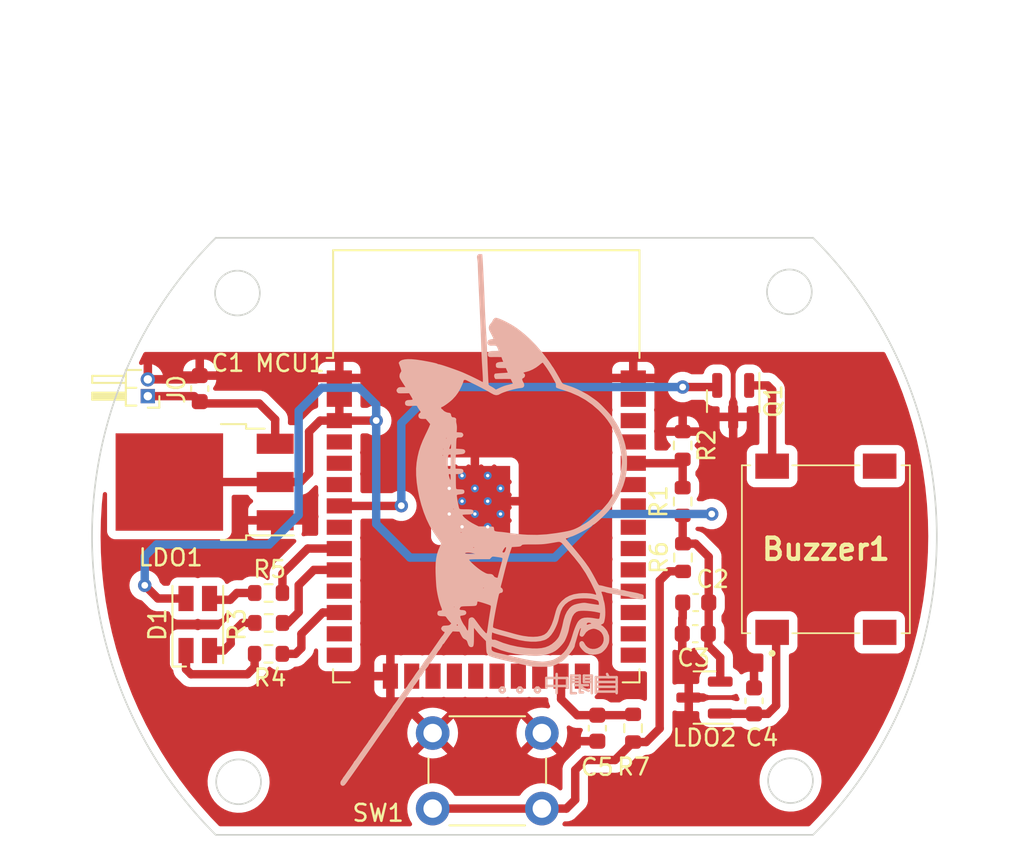
<source format=kicad_pcb>
(kicad_pcb (version 20211014) (generator pcbnew)
  (layers (0 "F.Cu" signal) (31 "B.Cu" signal) (34 "B.Paste" user) (35 "F.Paste" user) (36 "B.SilkS" user "B.Silkscreen") (37 "F.SilkS" user "F.Silkscreen") (38 "B.Mask" user) (39 "F.Mask" user) (44 "Edge.Cuts" user))
  (net 0 "")
  (net 1 "GND")
  (net 2 "+3V3")
  (net 3 "Net-(C2-Pad2)")
  (net 4 "Net-(Buzzer1-Pad1)")
  (net 5 "Net-(D1-Pad2)")
  (net 6 "Net-(D1-Pad3)")
  (net 7 "Net-(D1-Pad4)")
  (net 8 "Net-(Buzzer1-Pad2)")
  (net 14 "Net-(MCU1-Pad9)")
  (net 15 "Net-(MCU1-Pad10)")
  (net 17 "Net-(MCU1-Pad12)")
  (net 36 "/Function Switch")
  (net 40 "Net-(R6-Pad1)")
  (net 41 "/Buzzer Enable")
  (net 44 "Net-(MCU1-Pad34)")
  (footprint "Capacitor_SMD:C_0603_1608Metric" (layer "F.Cu") (at 132.830716 123.913388)
    (fp_text reference "C2" (at 1.0356 -3.246698) (layer "F.SilkS"))
    (fp_text value "1μC")
    (pad "1" smd roundrect (at -0.775 0) (size 0.9 0.95) (layers "F.Cu" "F.Paste" "F.Mask") (net 1 "GND"))
    (pad "2" smd roundrect (at 0.775 0) (size 0.9 0.95) (layers "F.Cu" "F.Paste" "F.Mask") (net 3 "Net-(C2-Pad2)"))
  )
  (footprint "RF_Module:ESP32-WROOM-32" (layer "F.Cu") (at 120.39 116.93)
    (fp_text reference "MCU1" (at -11.686999 -9.11893 180) (layer "F.SilkS"))
    (fp_text value "ESP32-WROOM-32D")
    (pad "1" smd rect locked (at -8.75 -8.25) (size 1.5 0.9) (layers "F.Cu" "F.Paste" "F.Mask") (net 1 "GND"))
    (pad "2" smd rect locked (at -8.75 -6.98) (size 1.5 0.9) (layers "F.Cu" "F.Paste" "F.Mask") (net 3 "Net-(C2-Pad2)"))
    (pad "3" smd rect locked (at -8.75 -5.71) (size 1.5 0.9) (layers "F.Cu" "F.Paste" "F.Mask") (net 3 "Net-(C2-Pad2)"))
    (pad "4" smd rect locked (at -8.75 -4.44) (size 1.5 0.9) (layers "F.Cu" "F.Paste" "F.Mask"))
    (pad "5" smd rect locked (at -8.75 -3.17) (size 1.5 0.9) (layers "F.Cu" "F.Paste" "F.Mask"))
    (pad "6" smd rect locked (at -8.75 -1.9) (size 1.5 0.9) (layers "F.Cu" "F.Paste" "F.Mask"))
    (pad "7" smd rect locked (at -8.75 -0.63) (size 1.5 0.9) (layers "F.Cu" "F.Paste" "F.Mask") (net 41 "/Buzzer Enable"))
    (pad "8" smd rect locked (at -8.75 0.64) (size 1.5 0.9) (layers "F.Cu" "F.Paste" "F.Mask"))
    (pad "9" smd rect locked (at -8.75 1.91) (size 1.5 0.9) (layers "F.Cu" "F.Paste" "F.Mask") (net 14 "Net-(MCU1-Pad9)"))
    (pad "10" smd rect locked (at -8.75 3.18) (size 1.5 0.9) (layers "F.Cu" "F.Paste" "F.Mask") (net 15 "Net-(MCU1-Pad10)"))
    (pad "11" smd rect locked (at -8.75 4.45) (size 1.5 0.9) (layers "F.Cu" "F.Paste" "F.Mask"))
    (pad "12" smd rect locked (at -8.75 5.72) (size 1.5 0.9) (layers "F.Cu" "F.Paste" "F.Mask") (net 17 "Net-(MCU1-Pad12)"))
    (pad "13" smd rect locked (at -8.75 6.99) (size 1.5 0.9) (layers "F.Cu" "F.Paste" "F.Mask"))
    (pad "14" smd rect locked (at -8.75 8.26) (size 1.5 0.9) (layers "F.Cu" "F.Paste" "F.Mask"))
    (pad "15" smd rect locked (at -5.71 9.51 90) (size 1.5 0.9) (layers "F.Cu" "F.Paste" "F.Mask") (net 1 "GND"))
    (pad "16" smd rect locked (at -4.44 9.51 90) (size 1.5 0.9) (layers "F.Cu" "F.Paste" "F.Mask"))
    (pad "17" smd rect locked (at -3.17 9.51 90) (size 1.5 0.9) (layers "F.Cu" "F.Paste" "F.Mask"))
    (pad "18" smd rect locked (at -1.9 9.51 90) (size 1.5 0.9) (layers "F.Cu" "F.Paste" "F.Mask"))
    (pad "19" smd rect locked (at -0.63 9.51 90) (size 1.5 0.9) (layers "F.Cu" "F.Paste" "F.Mask"))
    (pad "20" smd rect locked (at 0.64 9.51 90) (size 1.5 0.9) (layers "F.Cu" "F.Paste" "F.Mask"))
    (pad "21" smd rect locked (at 1.91 9.51 90) (size 1.5 0.9) (layers "F.Cu" "F.Paste" "F.Mask"))
    (pad "22" smd rect locked (at 3.18 9.51 90) (size 1.5 0.9) (layers "F.Cu" "F.Paste" "F.Mask"))
    (pad "23" smd rect locked (at 4.45 9.51 90) (size 1.5 0.9) (layers "F.Cu" "F.Paste" "F.Mask") (net 36 "/Function Switch"))
    (pad "24" smd rect locked (at 5.72 9.51 90) (size 1.5 0.9) (layers "F.Cu" "F.Paste" "F.Mask"))
    (pad "25" smd rect locked (at 8.75 8.26) (size 1.5 0.9) (layers "F.Cu" "F.Paste" "F.Mask"))
    (pad "26" smd rect locked (at 8.75 6.99) (size 1.5 0.9) (layers "F.Cu" "F.Paste" "F.Mask"))
    (pad "27" smd rect locked (at 8.75 5.72) (size 1.5 0.9) (layers "F.Cu" "F.Paste" "F.Mask"))
    (pad "28" smd rect locked (at 8.75 4.45) (size 1.5 0.9) (layers "F.Cu" "F.Paste" "F.Mask"))
    (pad "29" smd rect locked (at 8.75 3.18) (size 1.5 0.9) (layers "F.Cu" "F.Paste" "F.Mask"))
    (pad "30" smd rect locked (at 8.75 1.91) (size 1.5 0.9) (layers "F.Cu" "F.Paste" "F.Mask"))
    (pad "31" smd rect locked (at 8.75 0.64) (size 1.5 0.9) (layers "F.Cu" "F.Paste" "F.Mask"))
    (pad "32" smd rect locked (at 8.75 -0.63) (size 1.5 0.9) (layers "F.Cu" "F.Paste" "F.Mask"))
    (pad "33" smd rect locked (at 8.75 -1.9) (size 1.5 0.9) (layers "F.Cu" "F.Paste" "F.Mask"))
    (pad "34" smd rect locked (at 8.75 -3.17) (size 1.5 0.9) (layers "F.Cu" "F.Paste" "F.Mask") (net 44 "Net-(MCU1-Pad34)"))
    (pad "35" smd rect locked (at 8.75 -4.44) (size 1.5 0.9) (layers "F.Cu" "F.Paste" "F.Mask"))
    (pad "36" smd rect locked (at 8.75 -5.71) (size 1.5 0.9) (layers "F.Cu" "F.Paste" "F.Mask"))
    (pad "37" smd rect locked (at 8.75 -6.98) (size 1.5 0.9) (layers "F.Cu" "F.Paste" "F.Mask"))
    (pad "38" smd rect locked (at 8.75 -8.25) (size 1.5 0.9) (layers "F.Cu" "F.Paste" "F.Mask") (net 1 "GND"))
    (pad "39" smd rect locked (at -0.68 -0.91) (size 4.2 4.2) (layers "F.Cu" "F.Mask") (net 1 "GND"))
    (pad "39" smd rect locked (at -2.205 -0.91) (size 1.05 1.05) (layers "F.Cu" "F.Paste") (net 1 "GND"))
    (pad "39" smd rect locked (at -0.68 0.615) (size 1.05 1.05) (layers "F.Cu" "F.Paste") (net 1 "GND"))
    (pad "39" thru_hole circle locked (at -2.205 -0.1475) (size 0.475 0.475) (drill 0.2) (property pad_prop_heatsink) (layers *.Cu "F.Mask") (net 1 "GND"))
    (pad "39" thru_hole circle locked (at -1.4425 0.615) (size 0.475 0.475) (drill 0.2) (property pad_prop_heatsink) (layers *.Cu "F.Mask") (net 1 "GND"))
    (pad "39" thru_hole circle locked (at -1.4425 -2.435) (size 0.475 0.475) (drill 0.2) (property pad_prop_heatsink) (layers *.Cu "F.Mask") (net 1 "GND"))
    (pad "39" smd rect locked (at 0.845 0.615) (size 1.05 1.05) (layers "F.Cu" "F.Paste") (net 1 "GND"))
    (pad "39" thru_hole circle locked (at -1.4425 -0.91) (size 0.475 0.475) (drill 0.2) (property pad_prop_heatsink) (layers *.Cu "F.Mask") (net 1 "GND"))
    (pad "39" smd rect locked (at 0.845 -0.91) (size 1.05 1.05) (layers "F.Cu" "F.Paste") (net 1 "GND"))
    (pad "39" thru_hole circle locked (at -2.205 -1.6725) (size 0.475 0.475) (drill 0.2) (property pad_prop_heatsink) (layers *.Cu "F.Mask") (net 1 "GND"))
    (pad "39" thru_hole circle locked (at 0.0825 0.615) (size 0.475 0.475) (drill 0.2) (property pad_prop_heatsink) (layers *.Cu "F.Mask") (net 1 "GND"))
    (pad "39" thru_hole circle locked (at -0.68 -0.1475) (size 0.475 0.475) (drill 0.2) (property pad_prop_heatsink) (layers *.Cu "F.Mask") (net 1 "GND"))
    (pad "39" thru_hole circle locked (at 0.845 -1.6725) (size 0.475 0.475) (drill 0.2) (property pad_prop_heatsink) (layers *.Cu "F.Mask") (net 1 "GND"))
    (pad "39" smd rect locked (at -0.68 -2.435) (size 1.05 1.05) (layers "F.Cu" "F.Paste") (net 1 "GND"))
    (pad "39" thru_hole circle locked (at 0.845 -0.1475) (size 0.475 0.475) (drill 0.2) (property pad_prop_heatsink) (layers *.Cu "F.Mask") (net 1 "GND"))
    (pad "39" thru_hole circle locked (at -0.68 -1.6725) (size 0.475 0.475) (drill 0.2) (property pad_prop_heatsink) (layers *.Cu "F.Mask") (net 1 "GND"))
    (pad "39" smd rect locked (at -2.205 -2.435) (size 1.05 1.05) (layers "F.Cu" "F.Paste") (net 1 "GND"))
    (pad "39" thru_hole circle locked (at 0.0825 -0.91) (size 0.475 0.475) (drill 0.2) (property pad_prop_heatsink) (layers *.Cu "F.Mask") (net 1 "GND"))
    (pad "39" smd rect locked (at 0.845 -2.435) (size 1.05 1.05) (layers "F.Cu" "F.Paste") (net 1 "GND"))
    (pad "39" smd rect locked (at -0.68 -0.91) (size 1.05 1.05) (layers "F.Cu" "F.Paste") (net 1 "GND"))
    (pad "39" smd rect locked (at -2.205 0.615) (size 1.05 1.05) (layers "F.Cu" "F.Paste") (net 1 "GND"))
    (pad "39" thru_hole circle locked (at 0.0825 -2.435) (size 0.475 0.475) (drill 0.2) (property pad_prop_heatsink) (layers *.Cu "F.Mask") (net 1 "GND"))
    (zone (net 0) (net_name "") (layers "F.Cu" "In1.Cu" "B.Cu") (connect_pads (clearance 0)) (min_thickness 0.254)
      (keepout (tracks not_allowed) (vias not_allowed) (pads not_allowed) (copperpour not_allowed) (footprints not_allowed))
      (fill (thermal_gap 0.508) (thermal_bridge_width 0.508))
      (polygon (pts (xy 96.39 107.13) (xy 144.39 107.13) (xy 144.39 86.19) (xy 96.39 86.19)))
    )
  )
  (footprint "Resistor_SMD:R_0603_1608Metric" (layer "F.Cu") (at 107.422044 125.111039 180)
    (fp_text reference "R4" (at -0.09361 -1.425709) (layer "F.SilkS"))
    (fp_text value "10K %1")
    (pad "1" smd roundrect (at -0.825 0 180) (size 0.8 0.95) (layers "F.Cu" "F.Paste" "F.Mask") (net 17 "Net-(MCU1-Pad12)"))
    (pad "2" smd roundrect (at 0.825 0 180) (size 0.8 0.95) (layers "F.Cu" "F.Paste" "F.Mask") (net 6 "Net-(D1-Pad3)"))
  )
  (footprint "Package_TO_SOT_SMD:TO-252-3_TabPin2" (layer "F.Cu") (at 103.622258 114.877956 180)
    (fp_text reference "LDO1" (at 2.022258 -4.5) (layer "F.SilkS"))
    (fp_text value "IFX27001TFV33")
    (pad "1" smd rect (at -4.2 -2.28 180) (size 2.2 1.2) (layers "F.Cu" "F.Paste" "F.Mask") (net 1 "GND"))
    (pad "2" smd rect (at -4.2 0 180) (size 2.2 1.2) (layers "F.Cu" "F.Paste" "F.Mask") (net 3 "Net-(C2-Pad2)"))
    (pad "2" smd rect (at 2.1 0 180) (size 6.4 5.8) (layers "F.Cu" "F.Mask") (net 3 "Net-(C2-Pad2)"))
    (pad "3" smd rect (at -4.2 2.28 180) (size 2.2 1.2) (layers "F.Cu" "F.Paste" "F.Mask") (net 2 "+3V3"))
  )
  (footprint "LED_SMD:LED_RGB_Wuerth-PLCC4_3.2x2.8mm_150141M173100" (layer "F.Cu") (at 103.213778 123.365985 90)
    (fp_text reference "D1" (at 0 -2.4 90) (layer "F.SilkS"))
    (fp_text value "LED_ABGR")
    (pad "1" smd rect (at 1.55 -0.7 90) (size 1.5 0.9) (layers "F.Cu" "F.Paste" "F.Mask") (net 3 "Net-(C2-Pad2)"))
    (pad "2" smd rect (at 1.55 0.7 90) (size 1.5 0.9) (layers "F.Cu" "F.Paste" "F.Mask") (net 5 "Net-(D1-Pad2)"))
    (pad "3" smd rect (at -1.55 -0.7 90) (size 1.5 0.9) (layers "F.Cu" "F.Paste" "F.Mask") (net 6 "Net-(D1-Pad3)"))
    (pad "4" smd rect (at -1.55 0.7 90) (size 1.5 0.9) (layers "F.Cu" "F.Paste" "F.Mask") (net 7 "Net-(D1-Pad4)"))
  )
  (footprint "Capacitor_SMD:C_0603_1608Metric" (layer "F.Cu") (at 127 129.54 90)
    (fp_text reference "C5" (at -2.319976 -0.00321 180) (layer "F.SilkS"))
    (fp_text value "1μC")
    (pad "1" smd roundrect (at -0.775 0 90) (size 0.9 0.95) (layers "F.Cu" "F.Paste" "F.Mask") (net 1 "GND"))
    (pad "2" smd roundrect (at 0.775 0 90) (size 0.9 0.95) (layers "F.Cu" "F.Paste" "F.Mask") (net 36 "/Function Switch"))
  )
  (footprint "Capacitor_SMD:C_0603_1608Metric" (layer "F.Cu") (at 136.329747 127.912069 90)
    (fp_text reference "C4" (at -2.190117 0.46622 180) (layer "F.SilkS"))
    (fp_text value "2.2μC")
    (pad "1" smd roundrect (at -0.775 0 90) (size 0.9 0.95) (layers "F.Cu" "F.Paste" "F.Mask") (net 4 "Net-(Buzzer1-Pad1)"))
    (pad "2" smd roundrect (at 0.775 0 90) (size 0.9 0.95) (layers "F.Cu" "F.Paste" "F.Mask") (net 1 "GND"))
  )
  (footprint "Package_TO_SOT_SMD:SOT-23" (layer "F.Cu") (at 133.378723 127.715686 180)
    (fp_text reference "LDO2" (at 0 -2.4) (layer "F.SilkS"))
    (fp_text value "LM3480-5.0")
    (pad "1" smd roundrect (at -0.9375 -0.95 180) (size 1.475 0.6) (layers "F.Cu" "F.Paste" "F.Mask") (net 4 "Net-(Buzzer1-Pad1)"))
    (pad "2" smd roundrect (at -0.9375 0.95 180) (size 1.475 0.6) (layers "F.Cu" "F.Paste" "F.Mask") (net 3 "Net-(C2-Pad2)"))
    (pad "3" smd roundrect (at 0.9375 0 180) (size 1.475 0.6) (layers "F.Cu" "F.Paste" "F.Mask") (net 1 "GND"))
  )
  (footprint "Capacitor_SMD:C_0603_1608Metric" (layer "F.Cu") (at 132.856092 122.055912 180)
    (fp_text reference "C3" (at 0.127369 -3.298219) (layer "F.SilkS"))
    (fp_text value "1μC")
    (pad "1" smd roundrect (at -0.775 0 180) (size 0.9 0.95) (layers "F.Cu" "F.Paste" "F.Mask") (net 3 "Net-(C2-Pad2)"))
    (pad "2" smd roundrect (at 0.775 0 180) (size 0.9 0.95) (layers "F.Cu" "F.Paste" "F.Mask") (net 1 "GND"))
  )
  (footprint "Package_TO_SOT_SMD:SOT-23" (layer "F.Cu") (at 135.086862 110.06032 -90)
    (fp_text reference "Q1" (at 0 -2.4 90) (layer "F.SilkS"))
    (fp_text value "Q_NMOS_DGS")
    (pad "1" smd roundrect (at -0.9375 -0.95 270) (size 1.475 0.6) (layers "F.Cu" "F.Paste" "F.Mask") (net 8 "Net-(Buzzer1-Pad2)"))
    (pad "2" smd roundrect (at -0.9375 0.95 270) (size 1.475 0.6) (layers "F.Cu" "F.Paste" "F.Mask") (net 41 "/Buzzer Enable"))
    (pad "3" smd roundrect (at 0.9375 0 270) (size 1.475 0.6) (layers "F.Cu" "F.Paste" "F.Mask") (net 1 "GND"))
  )
  (footprint "Button_Switch_THT:SW_PUSH_6mm" (layer "F.Cu") (at 123.697167 134.33 180)
    (fp_text reference "SW1" (at 9.746015 -0.264418) (layer "F.SilkS"))
    (fp_text value "SW_Push")
    (pad "1" thru_hole circle (at 0 0 270) (size 2 2) (drill 1.1) (layers *.Cu *.Mask) (net 40 "Net-(R6-Pad1)"))
    (pad "1" thru_hole circle (at 6.5 0 270) (size 2 2) (drill 1.1) (layers *.Cu *.Mask) (net 40 "Net-(R6-Pad1)"))
    (pad "2" thru_hole circle (at 0 4.5 270) (size 2 2) (drill 1.1) (layers *.Cu *.Mask) (net 1 "GND"))
    (pad "2" thru_hole circle (at 6.5 4.5 270) (size 2 2) (drill 1.1) (layers *.Cu *.Mask) (net 1 "GND"))
  )
  (footprint "Connector_PinHeader_1.00mm:PinHeader_1x02_P1.00mm_Horizontal" (layer "F.Cu") (at 100.240871 109.763693 180)
    (fp_text reference "J0" (at -1.703592 0.406669 90) (layer "F.SilkS"))
    (fp_text value "Conn_01x02")
    (pad "1" thru_hole rect (at 0 0 180) (size 0.85 0.85) (drill 0.5) (layers *.Cu *.Mask) (net 2 "+3V3"))
    (pad "2" thru_hole oval (at 0 1 180) (size 0.85 0.85) (drill 0.5) (layers *.Cu *.Mask) (net 1 "GND"))
  )
  (footprint "SamacSys_Parts:CMT103285SMTTR" (layer "F.Cu") (at 140.606085 118.881652 180)
    (fp_text reference "Buzzer1" (at 0 0) (layer "F.SilkS") (effects (font (size 1.27 1.27) (thickness 0.254))))
    (fp_text value "CMT-1032-85-SMT-TR" hide)
    (pad "1" smd rect locked (at 3.2 -4.95 270) (size 1.5 2) (layers "F.Cu" "F.Paste" "F.Mask") (net 4 "Net-(Buzzer1-Pad1)"))
    (pad "2" smd rect locked (at 3.2 4.95 270) (size 1.5 2) (layers "F.Cu" "F.Paste" "F.Mask") (net 8 "Net-(Buzzer1-Pad2)"))
    (pad "3" smd rect locked (at -3.2 4.95 270) (size 1.5 2) (layers "F.Cu" "F.Paste" "F.Mask"))
    (pad "4" smd rect locked (at -3.2 -4.95 270) (size 1.5 2) (layers "F.Cu" "F.Paste" "F.Mask"))
  )
  (footprint "Resistor_SMD:R_0603_1608Metric" (layer "F.Cu") (at 107.435467 123.27202 180)
    (fp_text reference "R3" (at 1.896347 -0.093965 90) (layer "F.SilkS"))
    (fp_text value "10K %1")
    (pad "1" smd roundrect (at -0.825 0 180) (size 0.8 0.95) (layers "F.Cu" "F.Paste" "F.Mask") (net 15 "Net-(MCU1-Pad10)"))
    (pad "2" smd roundrect (at 0.825 0 180) (size 0.8 0.95) (layers "F.Cu" "F.Paste" "F.Mask") (net 7 "Net-(D1-Pad4)"))
  )
  (footprint "Resistor_SMD:R_0603_1608Metric" (layer "F.Cu") (at 107.428756 121.486695 180)
    (fp_text reference "R5" (at -0.06469 1.412549) (layer "F.SilkS"))
    (fp_text value "10K %1")
    (pad "1" smd roundrect (at -0.825 0 180) (size 0.8 0.95) (layers "F.Cu" "F.Paste" "F.Mask") (net 14 "Net-(MCU1-Pad9)"))
    (pad "2" smd roundrect (at 0.825 0 180) (size 0.8 0.95) (layers "F.Cu" "F.Paste" "F.Mask") (net 5 "Net-(D1-Pad2)"))
  )
  (footprint "Resistor_SMD:R_0603_1608Metric" (layer "F.Cu") (at 129.1275 129.54 90)
    (fp_text reference "R7" (at -2.299772 0.03117 180) (layer "F.SilkS"))
    (fp_text value "1K 1%")
    (pad "1" smd roundrect (at -0.825 0 90) (size 0.8 0.95) (layers "F.Cu" "F.Paste" "F.Mask") (net 40 "Net-(R6-Pad1)"))
    (pad "2" smd roundrect (at 0.825 0 90) (size 0.8 0.95) (layers "F.Cu" "F.Paste" "F.Mask") (net 36 "/Function Switch"))
  )
  (footprint "Resistor_SMD:R_0603_1608Metric" (layer "F.Cu") (at 132.08 112.7 -90)
    (fp_text reference "R2" (at 0 -1.43 90) (layer "F.SilkS"))
    (fp_text value "1K")
    (pad "1" smd roundrect (at -0.825 0 270) (size 0.8 0.95) (layers "F.Cu" "F.Paste" "F.Mask") (net 1 "GND"))
    (pad "2" smd roundrect (at 0.825 0 270) (size 0.8 0.95) (layers "F.Cu" "F.Paste" "F.Mask") (net 44 "Net-(MCU1-Pad34)"))
  )
  (footprint "Capacitor_SMD:C_0603_1608Metric" (layer "F.Cu") (at 103.330448 109.313214 -90)
    (fp_text reference "C1" (at -1.520233 -1.675673 180) (layer "F.SilkS"))
    (fp_text value "1μC")
    (pad "1" smd roundrect (at -0.775 0 270) (size 0.9 0.95) (layers "F.Cu" "F.Paste" "F.Mask") (net 1 "GND"))
    (pad "2" smd roundrect (at 0.775 0 270) (size 0.9 0.95) (layers "F.Cu" "F.Paste" "F.Mask") (net 2 "+3V3"))
  )
  (footprint "Resistor_SMD:R_0603_1608Metric" (layer "F.Cu") (at 132.100135 119.376495 90)
    (fp_text reference "R6" (at 0 -1.43 90) (layer "F.SilkS"))
    (fp_text value "1K 1%")
    (pad "1" smd roundrect (at -0.825 0 90) (size 0.8 0.95) (layers "F.Cu" "F.Paste" "F.Mask") (net 40 "Net-(R6-Pad1)"))
    (pad "2" smd roundrect (at 0.825 0 90) (size 0.8 0.95) (layers "F.Cu" "F.Paste" "F.Mask") (net 3 "Net-(C2-Pad2)"))
  )
  (footprint "Resistor_SMD:R_0603_1608Metric" (layer "F.Cu") (at 132.08 116.04 90)
    (fp_text reference "R1" (at 0 -1.43 90) (layer "F.SilkS"))
    (fp_text value "1K")
    (pad "1" smd roundrect (at -0.825 0 90) (size 0.8 0.95) (layers "F.Cu" "F.Paste" "F.Mask") (net 3 "Net-(C2-Pad2)"))
    (pad "2" smd roundrect (at 0.825 0 90) (size 0.8 0.95) (layers "F.Cu" "F.Paste" "F.Mask") (net 44 "Net-(MCU1-Pad34)"))
  )
  (footprint "Graphics:picture" (layer "B.Cu") (at 121.92 116.84 180)
    (fp_text reference "G***" hide)
    (fp_text value "LOGO" hide)
  )
  (gr_circle (center 105.642895 132.734768) (end 106.842713 132.150846) (layer "Edge.Cuts") (width 0.1) (fill none))
  (gr_arc (start 139.843767 100.333927) (mid 147.208484 118.113927) (end 139.843767 135.893927) (layer "Edge.Cuts") (width 0.1))
  (gr_arc (start 104.283767 135.893927) (mid 96.91905 118.113927) (end 104.283767 100.333927) (layer "Edge.Cuts") (width 0.1))
  (gr_circle (center 138.500182 132.663922) (end 139.7 132.08) (layer "Edge.Cuts") (width 0.1) (fill none))
  (gr_line (start 104.283767 135.893927) (end 139.843767 135.893927) (layer "Edge.Cuts") (width 0.1))
  (gr_circle (center 105.575286 103.620909) (end 106.775104 103.036987) (layer "Edge.Cuts") (width 0.1) (fill none))
  (gr_line (start 104.283767 100.333927) (end 139.843767 100.333927) (layer "Edge.Cuts") (width 0.1))
  (gr_circle (center 138.432573 103.550063) (end 139.632391 102.966141) (layer "Edge.Cuts") (width 0.1) (fill none))
  (gr_text "自閉中。。。" (at 124.46 127) (layer "B.SilkS") (effects (font (size 1 1)) (justify mirror)))
  (segment (start 103.104969 108.763693) (end 100.240871 108.763693) (width 0.5) (layer "F.Cu") (net 1))
  (segment (start 103.330448 108.538214) (end 103.472234 108.68) (width 0.25) (layer "F.Cu") (net 1))
  (segment (start 103.330448 108.538214) (end 103.104969 108.763693) (width 0.25) (layer "F.Cu") (net 1))
  (segment (start 103.330448 110.088214) (end 103.438586 110.196352) (width 0.25) (layer "F.Cu") (net 2))
  (segment (start 103.005927 109.763693) (end 100.240871 109.763693) (width 0.5) (layer "F.Cu") (net 2))
  (segment (start 107.822258 112.597956) (end 107.822258 111.150606) (width 0.5) (layer "F.Cu") (net 2))
  (segment (start 107.822258 111.150606) (end 106.868004 110.196352) (width 0.5) (layer "F.Cu") (net 2))
  (segment (start 103.330448 110.088214) (end 103.005927 109.763693) (width 0.25) (layer "F.Cu") (net 2))
  (segment (start 103.438586 110.196352) (end 106.868004 110.196352) (width 0.5) (layer "F.Cu") (net 2))
  (segment (start 109.838112 111.877804) (end 110.495916 111.22) (width 0.5) (layer "F.Cu") (net 3))
  (segment (start 132.162447 116.782553) (end 132.08 116.865) (width 0.25) (layer "F.Cu") (net 3))
  (segment (start 109.838112 114.35444) (end 109.838112 111.877804) (width 0.5) (layer "F.Cu") (net 3))
  (segment (start 133.605716 123.913388) (end 133.614426 123.922098) (width 0.25) (layer "F.Cu") (net 3))
  (segment (start 132.102209 118.549421) (end 132.844253 118.549421) (width 0.5) (layer "F.Cu") (net 3))
  (segment (start 134.316223 125.337094) (end 134.316223 126.765686) (width 0.5) (layer "F.Cu") (net 3))
  (segment (start 101.522258 114.877956) (end 107.822258 114.877956) (width 0.5) (layer "F.Cu") (net 3))
  (segment (start 133.631092 123.888012) (end 133.605716 123.913388) (width 0.25) (layer "F.Cu") (net 3))
  (segment (start 107.822258 114.877956) (end 109.314596 114.877956) (width 0.5) (layer "F.Cu") (net 3))
  (segment (start 132.08 116.865) (end 132.08 118.53136) (width 0.5) (layer "F.Cu") (net 3))
  (segment (start 133.810745 116.782553) (end 132.162447 116.782553) (width 0.5) (layer "F.Cu") (net 3))
  (segment (start 109.314596 114.877956) (end 109.838112 114.35444) (width 0.5) (layer "F.Cu") (net 3))
  (segment (start 102.513778 121.815985) (end 100.843043 121.815985) (width 0.5) (layer "F.Cu") (net 3))
  (segment (start 133.614426 124.635298) (end 134.316223 125.337094) (width 0.5) (layer "F.Cu") (net 3))
  (segment (start 133.631092 122.055912) (end 133.631092 123.888012) (width 0.5) (layer "F.Cu") (net 3))
  (segment (start 100.843043 121.815985) (end 100.057303 121.030245) (width 0.5) (layer "F.Cu") (net 3))
  (segment (start 132.844253 118.549421) (end 133.631092 119.33626) (width 0.5) (layer "F.Cu") (net 3))
  (segment (start 113.828299 111.22) (end 113.834958 111.213341) (width 0.25) (layer "F.Cu") (net 3))
  (segment (start 132.08 118.53136) (end 132.100135 118.551495) (width 0.25) (layer "F.Cu") (net 3))
  (segment (start 111.64 111.22) (end 113.828299 111.22) (width 0.5) (layer "F.Cu") (net 3))
  (segment (start 133.631092 119.33626) (end 133.631092 122.055912) (width 0.5) (layer "F.Cu") (net 3))
  (segment (start 133.614426 123.922098) (end 133.614426 124.635298) (width 0.5) (layer "F.Cu") (net 3))
  (segment (start 132.100135 118.551495) (end 132.102209 118.549421) (width 0.25) (layer "F.Cu") (net 3))
  (segment (start 110.495916 111.22) (end 111.64 111.22) (width 0.5) (layer "F.Cu") (net 3))
  (segment (start 111.64 111.22) (end 111.64 109.95) (width 0.5) (layer "F.Cu") (net 3))
  (via (at 113.834958 111.213341) (size 0.8) (drill 0.4) (layers "F.Cu" "B.Cu") (net 3))
  (via (at 133.810745 116.782553) (size 0.8) (drill 0.4) (layers "F.Cu" "B.Cu") (net 3))
  (via (at 100.057303 121.030245) (size 0.8) (drill 0.4) (layers "F.Cu" "B.Cu") (net 3))
  (segment (start 124.46 119.38) (end 125.7325 118.1075) (width 0.5) (layer "B.Cu") (net 3))
  (segment (start 113.834958 111.213341) (end 113.834958 110.271353) (width 0.5) (layer "B.Cu") (net 3))
  (segment (start 115.848484 119.38) (end 124.46 119.38) (width 0.5) (layer "B.Cu") (net 3))
  (segment (start 127.057447 116.782553) (end 133.810745 116.782553) (width 0.5) (layer "B.Cu") (net 3))
  (segment (start 113.834958 111.213341) (end 113.834958 117.366474) (width 0.5) (layer "B.Cu") (net 3))
  (segment (start 112.824993 109.261388) (end 110.588477 109.261388) (width 0.5) (layer "B.Cu") (net 3))
  (segment (start 113.834958 117.366474) (end 115.848484 119.38) (width 0.5) (layer "B.Cu") (net 3))
  (segment (start 125.7325 118.1075) (end 127.057447 116.782553) (width 0.5) (layer "B.Cu") (net 3))
  (segment (start 113.834958 110.271353) (end 112.824993 109.261388) (width 0.5) (layer "B.Cu") (net 3))
  (segment (start 107.460161 118.599839) (end 100.762072 118.599839) (width 0.5) (layer "B.Cu") (net 3))
  (segment (start 100.057303 119.304608) (end 100.057303 121.030245) (width 0.5) (layer "B.Cu") (net 3))
  (segment (start 109.22 116.84) (end 107.460161 118.599839) (width 0.5) (layer "B.Cu") (net 3))
  (segment (start 100.762072 118.599839) (end 100.057303 119.304608) (width 0.5) (layer "B.Cu") (net 3))
  (segment (start 110.588477 109.261388) (end 109.22 110.629865) (width 0.5) (layer "B.Cu") (net 3))
  (segment (start 109.22 110.629865) (end 109.22 116.84) (width 0.5) (layer "B.Cu") (net 3))
  (segment (start 136.329747 128.687069) (end 134.337606 128.687069) (width 0.5) (layer "F.Cu") (net 4))
  (segment (start 134.337606 128.687069) (end 134.316223 128.665686) (width 0.25) (layer "F.Cu") (net 4))
  (segment (start 137.146756 128.687069) (end 137.644749 128.189076) (width 0.5) (layer "F.Cu") (net 4))
  (segment (start 136.329747 128.687069) (end 137.146756 128.687069) (width 0.5) (layer "F.Cu") (net 4))
  (segment (start 137.644749 128.189076) (end 137.644749 124.070316) (width 0.5) (layer "F.Cu") (net 4))
  (segment (start 137.644749 124.070316) (end 137.406085 123.831652) (width 0.25) (layer "F.Cu") (net 4))
  (segment (start 103.98874 121.890947) (end 105.139262 121.890947) (width 0.5) (layer "F.Cu") (net 5))
  (segment (start 105.543514 121.486695) (end 106.603756 121.486695) (width 0.5) (layer "F.Cu") (net 5))
  (segment (start 105.139262 121.890947) (end 105.543514 121.486695) (width 0.5) (layer "F.Cu") (net 5))
  (segment (start 103.913778 121.815985) (end 103.98874 121.890947) (width 0.25) (layer "F.Cu") (net 5))
  (segment (start 102.513778 126.028569) (end 102.513778 124.915985) (width 0.5) (layer "F.Cu") (net 6))
  (segment (start 106.597044 125.111039) (end 106.597044 125.896195) (width 0.5) (layer "F.Cu") (net 6))
  (segment (start 106.167374 126.325865) (end 102.811074 126.325865) (width 0.5) (layer "F.Cu") (net 6))
  (segment (start 102.811074 126.325865) (end 102.513778 126.028569) (width 0.5) (layer "F.Cu") (net 6))
  (segment (start 106.597044 125.896195) (end 106.167374 126.325865) (width 0.5) (layer "F.Cu") (net 6))
  (segment (start 105.173609 123.970042) (end 105.173609 124.50027) (width 0.5) (layer "F.Cu") (net 7))
  (segment (start 104.757894 124.915985) (end 103.913778 124.915985) (width 0.5) (layer "F.Cu") (net 7))
  (segment (start 105.173609 124.50027) (end 104.757894 124.915985) (width 0.5) (layer "F.Cu") (net 7))
  (segment (start 106.610467 123.27202) (end 105.871631 123.27202) (width 0.5) (layer "F.Cu") (net 7))
  (segment (start 105.871631 123.27202) (end 105.173609 123.970042) (width 0.5) (layer "F.Cu") (net 7))
  (segment (start 137.132712 109.12282) (end 136.036862 109.12282) (width 0.5) (layer "F.Cu") (net 8))
  (segment (start 137.406085 109.396193) (end 137.406085 113.931652) (width 0.5) (layer "F.Cu") (net 8))
  (segment (start 137.132712 109.12282) (end 137.406085 109.396193) (width 0.5) (layer "F.Cu") (net 8))
  (segment (start 108.253756 120.34266) (end 108.253756 121.486695) (width 0.5) (layer "F.Cu") (net 14))
  (segment (start 111.64 118.84) (end 109.76 118.84) (width 0.5) (layer "F.Cu") (net 14))
  (segment (start 108.666052 119.930364) (end 108.253756 120.34266) (width 0.5) (layer "F.Cu") (net 14))
  (segment (start 108.669636 119.930364) (end 108.666052 119.930364) (width 0.25) (layer "F.Cu") (net 14))
  (segment (start 109.76 118.84) (end 108.669636 119.930364) (width 0.5) (layer "F.Cu") (net 14))
  (segment (start 110.127666 120.11) (end 109.22 121.017666) (width 0.5) (layer "F.Cu") (net 15))
  (segment (start 108.267179 123.278732) (end 108.260467 123.27202) (width 0.25) (layer "F.Cu") (net 15))
  (segment (start 111.64 120.11) (end 110.127666 120.11) (width 0.5) (layer "F.Cu") (net 15))
  (segment (start 109.22 121.017666) (end 109.22 122.630653) (width 0.5) (layer "F.Cu") (net 15))
  (segment (start 108.571921 123.278732) (end 108.267179 123.278732) (width 0.5) (layer "F.Cu") (net 15))
  (segment (start 109.22 122.630653) (end 108.571921 123.278732) (width 0.5) (layer "F.Cu") (net 15))
  (segment (start 109.032863 125.111039) (end 108.247044 125.111039) (width 0.5) (layer "F.Cu") (net 17))
  (segment (start 109.381874 124.762028) (end 109.032863 125.111039) (width 0.5) (layer "F.Cu") (net 17))
  (segment (start 111.64 122.65) (end 110.65803 122.65) (width 0.5) (layer "F.Cu") (net 17))
  (segment (start 110.65803 122.65) (end 109.381874 123.926156) (width 0.5) (layer "F.Cu") (net 17))
  (segment (start 109.381874 123.926156) (end 109.381874 124.762028) (width 0.5) (layer "F.Cu") (net 17))
  (segment (start 129.0775 128.765) (end 129.1275 128.715) (width 0.25) (layer "F.Cu") (net 36))
  (segment (start 124.84 127.806403) (end 125.798597 128.765) (width 0.5) (layer "F.Cu") (net 36))
  (segment (start 124.84 126.44) (end 124.84 127.806403) (width 0.5) (layer "F.Cu") (net 36))
  (segment (start 127 128.765) (end 129.0775 128.765) (width 0.5) (layer "F.Cu") (net 36))
  (segment (start 125.798597 128.765) (end 127 128.765) (width 0.5) (layer "F.Cu") (net 36))
  (segment (start 125.684101 133.801563) (end 125.155664 134.33) (width 0.5) (layer "F.Cu") (net 40))
  (segment (start 117.197167 134.33) (end 123.697167 134.33) (width 0.5) (layer "F.Cu") (net 40))
  (segment (start 130.711688 120.75423) (end 130.711688 129.558365) (width 0.5) (layer "F.Cu") (net 40))
  (segment (start 125.155664 134.33) (end 123.697167 134.33) (width 0.5) (layer "F.Cu") (net 40))
  (segment (start 129.1275 130.365) (end 128.056828 131.435672) (width 0.5) (layer "F.Cu") (net 40))
  (segment (start 125.684101 132.029661) (end 125.684101 133.801563) (width 0.5) (layer "F.Cu") (net 40))
  (segment (start 131.270441 120.195477) (end 130.711688 120.75423) (width 0.5) (layer "F.Cu") (net 40))
  (segment (start 129.905053 130.365) (end 129.1275 130.365) (width 0.5) (layer "F.Cu") (net 40))
  (segment (start 126.27809 131.435672) (end 125.684101 132.029661) (width 0.5) (layer "F.Cu") (net 40))
  (segment (start 132.100135 120.201495) (end 132.094117 120.195477) (width 0.25) (layer "F.Cu") (net 40))
  (segment (start 132.094117 120.195477) (end 131.270441 120.195477) (width 0.5) (layer "F.Cu") (net 40))
  (segment (start 130.711688 129.558365) (end 129.905053 130.365) (width 0.5) (layer "F.Cu") (net 40))
  (segment (start 128.056828 131.435672) (end 126.27809 131.435672) (width 0.5) (layer "F.Cu") (net 40))
  (segment (start 111.64 116.3) (end 115.319014 116.3) (width 0.5) (layer "F.Cu") (net 41))
  (segment (start 134.039682 109.22) (end 134.136862 109.12282) (width 0.25) (layer "F.Cu") (net 41))
  (segment (start 132.08 109.22) (end 134.039682 109.22) (width 0.5) (layer "F.Cu") (net 41))
  (segment (start 115.319014 116.3) (end 115.330644 116.28837) (width 0.25) (layer "F.Cu") (net 41))
  (via (at 132.08 109.22) (size 0.8) (drill 0.4) (layers "F.Cu" "B.Cu") (net 41))
  (via (at 115.330644 116.28837) (size 0.8) (drill 0.4) (layers "F.Cu" "B.Cu") (net 41))
  (segment (start 117.052207 109.64374) (end 117.475947 109.22) (width 0.5) (layer "B.Cu") (net 41))
  (segment (start 115.330644 111.365303) (end 117.052207 109.64374) (width 0.5) (layer "B.Cu") (net 41))
  (segment (start 117.475947 109.22) (end 132.08 109.22) (width 0.5) (layer "B.Cu") (net 41))
  (segment (start 115.330644 116.28837) (end 115.330644 111.365303) (width 0.5) (layer "B.Cu") (net 41))
  (segment (start 131.845 113.76) (end 132.08 113.525) (width 0.25) (layer "F.Cu") (net 44))
  (segment (start 129.14 113.76) (end 131.845 113.76) (width 0.5) (layer "F.Cu") (net 44))
  (segment (start 132.08 113.525) (end 132.08 115.215) (width 0.5) (layer "F.Cu") (net 44))
  (zone (net 1) (net_name "GND") (layer "F.Cu") (connect_pads (clearance 0.508)) (min_thickness 0.254) (fill yes (thermal_gap 0.508) (thermal_bridge_width 0.508))
    (polygon (pts (xy 152.4 137.16) (xy 91.44 137.16) (xy 91.44 99.06) (xy 152.4 99.06)))
  )
)
</source>
